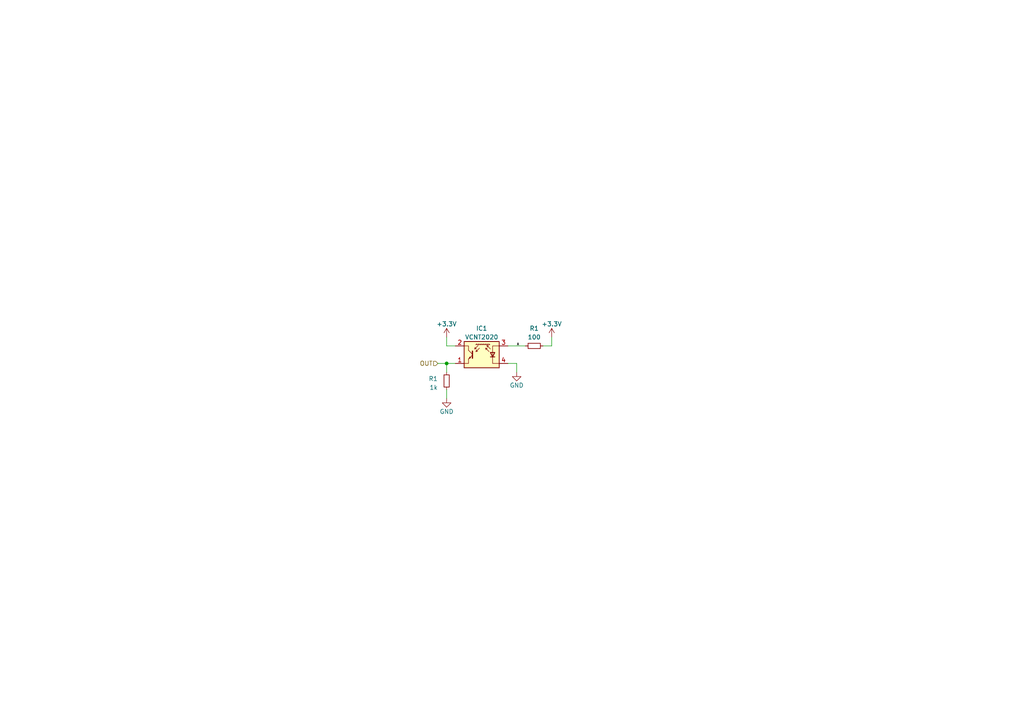
<source format=kicad_sch>
(kicad_sch (version 20230121) (generator eeschema)
  (paper "A4")
  (lib_symbols
    (symbol "Device:R_Small" (pin_numbers hide) (pin_names (offset 0.254) hide)
      (property "Reference" "R" (at 0.762 0.508 0))
      (property "Value" "R_Small" (at 0.762 -1.016 0))
      (symbol "R_Small_0_1"
        (rectangle (start -0.762 1.778) (end 0.762 -1.778) (stroke (width 0.2032)))
      )
      (symbol "R_Small_1_1"
        (pin passive line (at 0 2.54 270) (length 0.762) (name "~") (number "1"))
        (pin passive line (at 0 -2.54 90) (length 0.762) (name "~") (number "2"))
      )
    )
    (symbol "Samacsys_kicad_sym:VCNT2020" (pin_names hide)
      (property "Reference" "IC" (at -5.08 8.89 0))
      (property "Value" "VCNT2020" (at -5.08 6.35 0))
      (symbol "VCNT2020_0_1"
        (polyline (pts (xy -3.81 -0.635) (xy -2.54 -0.635)) (stroke (width 0.254)))
        (polyline (pts (xy -2.286 2.921) (xy -2.032 3.175)))
        (polyline (pts (xy -1.778 2.921) (xy -1.524 3.175)))
        (polyline (pts (xy -1.524 2.667) (xy -1.651 2.159)))
        (polyline (pts (xy -1.27 2.921) (xy -1.016 3.175)))
        (polyline (pts (xy -1.143 1.905) (xy -1.27 1.397)))
        (polyline (pts (xy -0.762 2.921) (xy -0.508 3.175)))
        (polyline (pts (xy -0.254 2.921) (xy 0 3.175)))
        (polyline (pts (xy 0.254 2.921) (xy 0.508 3.175)))
        (polyline (pts (xy 0.762 2.921) (xy 1.016 3.175)))
        (polyline (pts (xy 1.27 2.921) (xy 1.524 3.175)))
        (polyline (pts (xy 1.651 0.889) (xy 1.143 1.016)))
        (polyline (pts (xy 1.778 2.921) (xy -2.413 2.921)))
        (polyline (pts (xy 2.032 1.651) (xy 1.524 1.778)))
        (polyline (pts (xy 2.667 -0.127) (xy 3.81 -1.27)))
        (polyline (pts (xy 2.667 0.127) (xy 3.81 1.27)))
        (polyline (pts (xy -2.54 1.651) (xy -1.524 2.667) (xy -2.032 2.54)))
        (polyline (pts (xy -2.159 0.889) (xy -1.143 1.905) (xy -1.651 1.778)))
        (polyline (pts (xy 0.635 1.905) (xy 1.651 0.889) (xy 1.524 1.397)))
        (polyline (pts (xy 1.016 2.667) (xy 2.032 1.651) (xy 1.905 2.159)))
        (polyline (pts (xy 2.667 1.016) (xy 2.667 -1.016) (xy 2.667 -1.016)) (stroke (width 0.3556)))
        (polyline (pts (xy 3.81 -1.27) (xy 3.81 -2.54) (xy 5.08 -2.54)))
        (polyline (pts (xy 3.81 1.27) (xy 3.81 2.54) (xy 5.08 2.54)))
        (polyline (pts (xy -5.08 -2.54) (xy -3.175 -2.54) (xy -3.175 2.54) (xy -5.08 2.54)))
        (polyline (pts (xy -3.175 -0.635) (xy -3.81 0.635) (xy -2.54 0.635) (xy -3.175 -0.635)) (stroke (width 0.254)))
        (polyline (pts (xy 3.683 -1.143) (xy 3.429 -0.635) (xy 3.175 -0.889) (xy 3.683 -1.143)))
        (polyline (pts (xy -5.08 -3.81) (xy 5.08 -3.81) (xy 5.08 3.81) (xy -5.08 3.81) (xy -5.08 -3.81)) (stroke (width 0.254)) (fill (type background)))
      )
      (symbol "VCNT2020_1_1"
        (pin open_emitter line (at 7.62 -2.54 180) (length 2.54) (name "~") (number "1"))
        (pin open_collector line (at 7.62 2.54 180) (length 2.54) (name "~") (number "2"))
        (pin passive line (at -7.62 2.54 0) (length 2.54) (name "A") (number "3"))
        (pin passive line (at -7.62 -2.54 0) (length 2.54) (name "K") (number "4"))
      )
    )
    (symbol "power:+3.3V" (power) (pin_names (offset 0))
      (property "Value" "+3.3V" (at 0 3.556 0))
      (symbol "+3.3V_0_1"
        (polyline (pts (xy -0.762 1.27) (xy 0 2.54)))
        (polyline (pts (xy 0 0) (xy 0 2.54)))
        (polyline (pts (xy 0 2.54) (xy 0.762 1.27)))
      )
      (symbol "+3.3V_1_1"
        (pin power_in line (at 0 0 90) (length 0) hide (name "+3.3V") (number "1"))
      )
    )
    (symbol "power:GND" (power) (pin_names (offset 0))
      (property "Value" "GND" (at 0 -3.81 0))
      (symbol "GND_0_1"
        (polyline (pts (xy 0 0) (xy 0 -1.27) (xy 1.27 -1.27) (xy 0 -2.54) (xy -1.27 -1.27) (xy 0 -1.27)))
      )
      (symbol "GND_1_1"
        (pin power_in line (at 0 0 270) (length 0) hide (name "GND") (number "1"))
      )
    )
  )
  (junction (at 129.54 105.41))
  (wire (pts (xy 129.54 105.41) (xy 127 105.41)))
  (wire (pts (xy 129.54 105.41) (xy 129.54 107.95)))
  (wire (pts (xy 149.86 105.41) (xy 147.32 105.41)))
  (wire (pts (xy 129.54 97.79) (xy 129.54 100.33)))
  (wire (pts (xy 149.86 105.41) (xy 149.86 107.95)))
  (wire (pts (xy 160.02 100.33) (xy 157.48 100.33)))
  (wire (pts (xy 132.08 100.33) (xy 129.54 100.33)))
  (wire (pts (xy 160.02 97.79) (xy 160.02 100.33)))
  (wire (pts (xy 152.4 100.33) (xy 147.32 100.33)))
  (wire (pts (xy 129.54 113.03) (xy 129.54 115.57)))
  (wire (pts (xy 132.08 105.41) (xy 129.54 105.41)))
  (label "A" (at 149.86 100.33 0) (effects (font (size 0.635 0.635))))
  (hierarchical_label "OUT" (shape input) (at 127 105.41 180))
  (symbol (lib_id "Samacsys_kicad_sym:VCNT2020") (at 139.7 102.87 0) (mirror y) (unit 1)
    (property "Reference" "IC1" (at 139.7 95.25 0))
    (property "Value" "VCNT2020" (at 139.7 97.79 0))
    (property "Footprint" "Samacsys:VCNT2020" (effects hide))
    (property "Datasheet" "https://www.vishay.com/docs/84285/vcnt2020.pdf" (effects hide))
    (property "Height" "0" (effects hide))
    (property "Mouser Part Number" "78-VCNT2020" (effects hide))
    (property "Mouser Price/Stock" "https://www.mouser.co.uk/ProductDetail/Vishay-Semiconductors/VCNT2020?qs=A6JNR%252BY%2FHHeERL3sVKpQTg%3D%3D" (effects hide))
    (property "Manufacturer_Name" "Vishay" (effects hide))
    (property "Manufacturer_Part_Number" "VCNT2020" (effects hide))
    (instances (project "SmSemProject-FrontBoard" (path "" (reference "IC1") (unit 1)) (path "" (reference "IC1") (unit 1)) (path "" (reference "IC3") (unit 1)) (path "" (reference "IC4") (unit 1)) (path "" (reference "IC5") (unit 1)) (path "" (reference "IC7") (unit 1)) (path "" (reference "IC8") (unit 1)) (path "" (reference "IC9") (unit 1)) (path "" (reference "IC6") (unit 1)) (path "" (reference "IC11") (unit 1)) (path "" (reference "IC12") (unit 1)) (path "" (reference "IC13") (unit 1)) (path "" (reference "IC10") (unit 1)) (path "" (reference "IC15") (unit 1)) (path "" (reference "IC16") (unit 1)) (path "" (reference "IC17") (unit 1)) (path "" (reference "IC14") (unit 1))))
  )
  (symbol (lib_id "power:+3.3V") (at 160.02 97.79 0) (unit 1)
    (property "Reference" "#PWR06" (effects hide))
    (property "Value" "+3.3V" (at 160.02 93.98 0))
    (instances (project "SmSemProject" (path "" (reference "#PWR06") (unit 1)) (path "" (reference "#PWR040") (unit 1))) (project "SmSemProject-FrontBoard" (path "" (reference "#PWR09") (unit 1)) (path "" (reference "#PWR09") (unit 1)) (path "" (reference "#PWR013") (unit 1)) (path "" (reference "#PWR017") (unit 1)) (path "" (reference "#PWR021") (unit 1)) (path "" (reference "#PWR029") (unit 1)) (path "" (reference "#PWR033") (unit 1)) (path "" (reference "#PWR037") (unit 1)) (path "" (reference "#PWR025") (unit 1)) (path "" (reference "#PWR045") (unit 1)) (path "" (reference "#PWR049") (unit 1)) (path "" (reference "#PWR053") (unit 1)) (path "" (reference "#PWR041") (unit 1)) (path "" (reference "#PWR061") (unit 1)) (path "" (reference "#PWR065") (unit 1)) (path "" (reference "#PWR069") (unit 1)) (path "" (reference "#PWR057") (unit 1))))
  )
  (symbol (lib_id "Device:R_Small") (at 154.94 100.33 90) (mirror x) (unit 1)
    (property "Reference" "R1" (at 154.94 95.25 90))
    (property "Value" "100" (at 154.94 97.79 90))
    (property "Footprint" "Resistor_SMD:R_0603_1608Metric" (effects hide))
    (instances (project "SmSemProject" (path "" (reference "R1") (unit 1))) (project "SmSemProject-FrontBoard" (path "" (reference "R1") (unit 1)) (path "" (reference "R2") (unit 1)) (path "" (reference "R4") (unit 1)) (path "" (reference "R6") (unit 1)) (path "" (reference "R8") (unit 1)) (path "" (reference "R12") (unit 1)) (path "" (reference "R14") (unit 1)) (path "" (reference "R16") (unit 1)) (path "" (reference "R10") (unit 1)) (path "" (reference "R20") (unit 1)) (path "" (reference "R22") (unit 1)) (path "" (reference "R24") (unit 1)) (path "" (reference "R18") (unit 1)) (path "" (reference "R28") (unit 1)) (path "" (reference "R30") (unit 1)) (path "" (reference "R32") (unit 1)) (path "" (reference "R26") (unit 1))))
  )
  (symbol (lib_id "power:GND") (at 129.54 115.57 0) (mirror y) (unit 1)
    (property "Reference" "#PWR041" (effects hide))
    (property "Value" "GND" (at 129.54 119.38 0))
    (instances (project "SmSemProject" (path "" (reference "#PWR041") (unit 1))) (project "SmSemProject-FrontBoard" (path "" (reference "#PWR07") (unit 1)) (path "" (reference "#PWR07") (unit 1)) (path "" (reference "#PWR011") (unit 1)) (path "" (reference "#PWR015") (unit 1)) (path "" (reference "#PWR019") (unit 1)) (path "" (reference "#PWR027") (unit 1)) (path "" (reference "#PWR031") (unit 1)) (path "" (reference "#PWR035") (unit 1)) (path "" (reference "#PWR023") (unit 1)) (path "" (reference "#PWR043") (unit 1)) (path "" (reference "#PWR047") (unit 1)) (path "" (reference "#PWR051") (unit 1)) (path "" (reference "#PWR039") (unit 1)) (path "" (reference "#PWR059") (unit 1)) (path "" (reference "#PWR063") (unit 1)) (path "" (reference "#PWR067") (unit 1)) (path "" (reference "#PWR055") (unit 1))))
  )
  (symbol (lib_id "power:GND") (at 149.86 107.95 0) (mirror y) (unit 1)
    (property "Reference" "#PWR041" (effects hide))
    (property "Value" "GND" (at 149.86 111.76 0))
    (instances (project "SmSemProject" (path "" (reference "#PWR041") (unit 1))) (project "SmSemProject-FrontBoard" (path "" (reference "#PWR06") (unit 1)) (path "" (reference "#PWR08") (unit 1)) (path "" (reference "#PWR012") (unit 1)) (path "" (reference "#PWR016") (unit 1)) (path "" (reference "#PWR020") (unit 1)) (path "" (reference "#PWR028") (unit 1)) (path "" (reference "#PWR032") (unit 1)) (path "" (reference "#PWR036") (unit 1)) (path "" (reference "#PWR024") (unit 1)) (path "" (reference "#PWR044") (unit 1)) (path "" (reference "#PWR048") (unit 1)) (path "" (reference "#PWR052") (unit 1)) (path "" (reference "#PWR040") (unit 1)) (path "" (reference "#PWR060") (unit 1)) (path "" (reference "#PWR064") (unit 1)) (path "" (reference "#PWR068") (unit 1)) (path "" (reference "#PWR056") (unit 1))))
  )
  (symbol (lib_id "power:+3.3V") (at 129.54 97.79 0) (unit 1)
    (property "Reference" "#PWR06" (effects hide))
    (property "Value" "+3.3V" (at 129.54 93.98 0))
    (instances (project "SmSemProject" (path "" (reference "#PWR06") (unit 1)) (path "" (reference "#PWR040") (unit 1))) (project "SmSemProject-FrontBoard" (path "" (reference "#PWR08") (unit 1)) (path "" (reference "#PWR06") (unit 1)) (path "" (reference "#PWR010") (unit 1)) (path "" (reference "#PWR014") (unit 1)) (path "" (reference "#PWR018") (unit 1)) (path "" (reference "#PWR026") (unit 1)) (path "" (reference "#PWR030") (unit 1)) (path "" (reference "#PWR034") (unit 1)) (path "" (reference "#PWR022") (unit 1)) (path "" (reference "#PWR042") (unit 1)) (path "" (reference "#PWR046") (unit 1)) (path "" (reference "#PWR050") (unit 1)) (path "" (reference "#PWR038") (unit 1)) (path "" (reference "#PWR058") (unit 1)) (path "" (reference "#PWR062") (unit 1)) (path "" (reference "#PWR066") (unit 1)) (path "" (reference "#PWR054") (unit 1))))
  )
  (symbol (lib_id "Device:R_Small") (at 129.54 110.49 0) (mirror y) (unit 1)
    (property "Reference" "R1" (at 127 109.855 0) (effects (justify left)))
    (property "Value" "1k" (at 127 112.395 0) (effects (justify left)))
    (property "Footprint" "Resistor_SMD:R_0603_1608Metric" (effects hide))
    (instances (project "SmSemProject" (path "" (reference "R1") (unit 1))) (project "SmSemProject-FrontBoard" (path "" (reference "R2") (unit 1)) (path "" (reference "R1") (unit 1)) (path "" (reference "R3") (unit 1)) (path "" (reference "R5") (unit 1)) (path "" (reference "R7") (unit 1)) (path "" (reference "R11") (unit 1)) (path "" (reference "R13") (unit 1)) (path "" (reference "R15") (unit 1)) (path "" (reference "R9") (unit 1)) (path "" (reference "R19") (unit 1)) (path "" (reference "R21") (unit 1)) (path "" (reference "R23") (unit 1)) (path "" (reference "R17") (unit 1)) (path "" (reference "R27") (unit 1)) (path "" (reference "R29") (unit 1)) (path "" (reference "R31") (unit 1)) (path "" (reference "R25") (unit 1))))
  )
)
</source>
